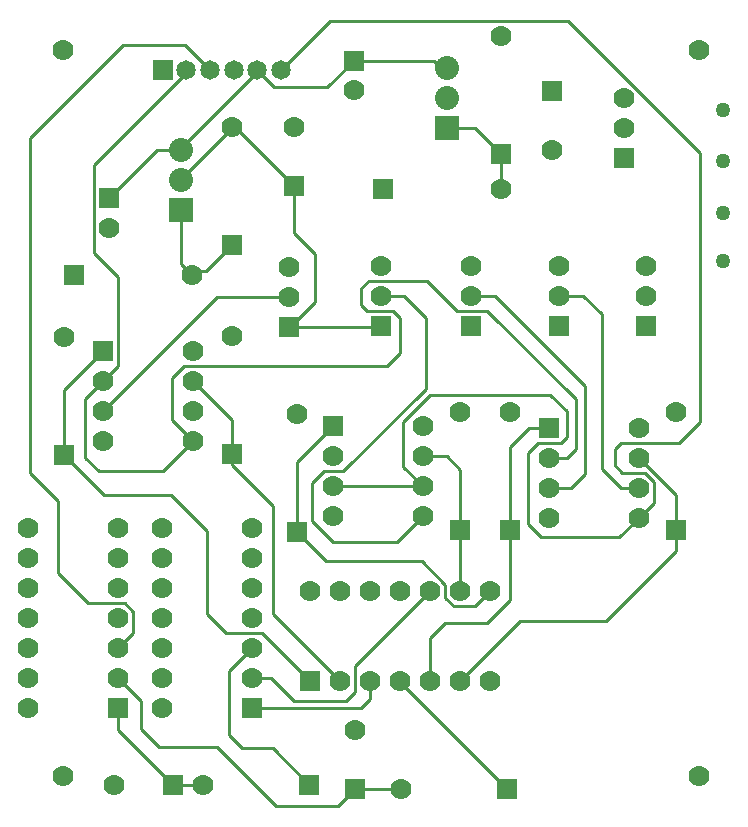
<source format=gbr>
%TF.GenerationSoftware,Altium Limited,Altium Designer,25.1.2 (22)*%
G04 Layer_Physical_Order=6*
G04 Layer_Color=16711680*
%FSLAX45Y45*%
%MOMM*%
%TF.SameCoordinates,865E584C-48B1-4366-BF19-9A83E66404FA*%
%TF.FilePolarity,Positive*%
%TF.FileFunction,Copper,L6,Bot,Signal*%
%TF.Part,Single*%
G01*
G75*
%TA.AperFunction,ViaPad*%
%ADD24C,1.27000*%
%TA.AperFunction,Conductor*%
%ADD37C,0.25400*%
%TA.AperFunction,ComponentPad*%
%ADD38C,1.77800*%
%ADD39R,1.77800X1.77800*%
%ADD40R,1.77800X1.77800*%
%TA.AperFunction,ViaPad*%
%ADD41C,1.77800*%
%TA.AperFunction,ComponentPad*%
%ADD42C,1.65100*%
%ADD43R,1.65100X1.65100*%
%ADD44R,2.03200X2.03200*%
%ADD45C,2.03200*%
%ADD46R,2.15900X2.03200*%
D24*
X8585200Y12230100D02*
D03*
Y12636500D02*
D03*
Y13512801D02*
D03*
Y13081000D02*
D03*
D37*
X8216900Y10693400D02*
X8394700Y10871200D01*
Y13146304D01*
X7274205Y14266800D02*
X8394700Y13146304D01*
X7721600Y10693400D02*
X8216900D01*
X7124700Y11099800D02*
X7264400Y10960100D01*
X6108700Y11099800D02*
X7124700D01*
X5880100Y10871200D02*
X6108700Y11099800D01*
X4762500Y8699500D02*
X4953000Y8509000D01*
X5397500D01*
X5473700Y8585200D01*
X7416800Y10426700D02*
Y11176000D01*
X7302500Y10312400D02*
X7416800Y10426700D01*
X6654800Y11938000D02*
X7416800Y11176000D01*
X7264400Y10566400D02*
X7340600Y10642600D01*
Y11061700D01*
X6591300Y11811000D02*
X7340600Y11061700D01*
X7216682Y10693400D02*
X7264400Y10741118D01*
Y10960100D01*
X5880100Y10490200D02*
Y10871200D01*
Y10490200D02*
X6045200Y10325100D01*
X4025900Y11341100D02*
X5740400D01*
X3924300Y10883900D02*
Y11239500D01*
X4025900Y11341100D01*
X2717800Y10439400D02*
Y13271500D01*
Y10439400D02*
X2959100Y10198100D01*
Y9588500D02*
Y10198100D01*
X3213100Y9334500D02*
X3519705D01*
X2959100Y9588500D02*
X3213100Y9334500D01*
X2717800Y13271500D02*
X3505200Y14058900D01*
X6934200Y10007600D02*
X7048500Y9893300D01*
X7708900D02*
X7874000Y10058400D01*
X7048500Y9893300D02*
X7708900D01*
X6934200Y10007600D02*
Y10604500D01*
X7023100Y10693400D01*
X7216682D01*
X7112000Y10566400D02*
X7264400D01*
X6946900Y10820400D02*
X7112000D01*
X6781800Y9952100D02*
Y10655300D01*
X6946900Y10820400D01*
X5105400Y10033000D02*
Y10350500D01*
X5283200Y9855200D02*
X5829300D01*
X5105400Y10033000D02*
X5283200Y9855200D01*
X5105400Y10350500D02*
X5207000Y10452100D01*
X5372100D02*
X6070600Y11150600D01*
X5207000Y10452100D02*
X5372100D01*
X6070600Y11150600D02*
Y11751858D01*
X5829300Y9855200D02*
X6045200Y10071100D01*
X6362700Y9952100D02*
Y10464800D01*
Y9436100D02*
Y9952100D01*
X6781800Y9359900D02*
Y9952100D01*
X6248400Y10579100D02*
X6362700Y10464800D01*
X7558585Y10475415D02*
Y11783515D01*
X7201400Y11938000D02*
X7404100D01*
X7558585Y11783515D01*
X7670800Y10502900D02*
X7734300Y10439400D01*
X7670800Y10502900D02*
Y10642600D01*
X7721600Y10693400D01*
X7558585Y10475415D02*
X7721600Y10312400D01*
X7734300Y10439400D02*
X7926605D01*
X7721600Y10312400D02*
X7874000D01*
Y10058400D02*
X8001000Y10185400D01*
Y10365005D01*
X7926605Y10439400D02*
X8001000Y10365005D01*
X5263000Y14266800D02*
X7274205D01*
X4843400Y13847200D02*
X5263000Y14266800D01*
X5283200Y10325100D02*
X6045200D01*
X5884458Y11938000D02*
X6070600Y11751858D01*
X6337300Y11811000D02*
X6591300D01*
X6083300Y12065000D02*
X6337300Y11811000D01*
X5588000Y12065000D02*
X6083300D01*
X5689600Y11938000D02*
X5884458D01*
X6451600D02*
X6654800D01*
X5524500Y12001500D02*
X5588000Y12065000D01*
X5524500Y11861800D02*
Y12001500D01*
X5575300Y11811000D02*
X5794282D01*
X5524500Y11861800D02*
X5575300Y11811000D01*
X5854700Y11455400D02*
Y11750582D01*
X5740400Y11341100D02*
X5854700Y11455400D01*
X5794282Y11811000D02*
X5854700Y11750582D01*
X6045200Y10579100D02*
X6248400D01*
X7112000Y10312400D02*
X7302500D01*
X7594600Y9182100D02*
X8191500Y9779000D01*
X6870700Y9182100D02*
X7594600D01*
X8191500Y9779000D02*
Y9952100D01*
Y10248900D01*
X6362700Y8674100D02*
X6870700Y9182100D01*
X7874000Y10566400D02*
X8191500Y10248900D01*
X4978400Y10528300D02*
X5283200Y10833100D01*
X4978400Y9939400D02*
Y10528300D01*
X4652000Y13838600D02*
X4787300Y13703300D01*
X4643400Y13847200D02*
X4652000Y13838600D01*
X5234402Y13703300D02*
X5461000Y13929898D01*
X4787300Y13703300D02*
X5234402D01*
X6235700Y9165522D02*
X6587422D01*
X6781800Y9359900D01*
X6489700Y9309100D02*
X6616700Y9436100D01*
X6310095Y9309100D02*
X6489700D01*
X6235700Y9383495D02*
X6310095Y9309100D01*
X6235700Y9383495D02*
Y9488705D01*
X6035253Y9689152D02*
X6235700Y9488705D01*
X5228648Y9689152D02*
X6035253D01*
X4978400Y9939400D02*
X5228648Y9689152D01*
X3924300Y10883900D02*
X4102100Y10706100D01*
X6248400Y13360400D02*
X6485002D01*
X6705600Y13139803D01*
X6710299Y13135103D01*
Y12839700D02*
Y13135103D01*
X6108700Y9038522D02*
X6235700Y9165522D01*
X6108700Y8674100D02*
Y9038522D01*
X4432300Y10599800D02*
Y10883900D01*
Y10502900D02*
Y10599800D01*
X4102100Y11214100D02*
X4432300Y10883900D01*
X5676900Y11671300D02*
X5689600Y11684000D01*
X4914900Y11671300D02*
X5676900D01*
X4914900D02*
X4927600Y11684000D01*
X5130800Y11887200D02*
Y12293600D01*
X4927600Y11684000D02*
X5130800Y11887200D01*
X4953001Y12471399D02*
X5130800Y12293600D01*
X4953001Y12471399D02*
Y12869098D01*
X4432299Y13365100D02*
X4456999D01*
X4953001Y12869098D01*
X4305300Y11925300D02*
X4914900D01*
X3340100Y10960100D02*
X4305300Y11925300D01*
X4432299Y13356400D02*
Y13365100D01*
X4000499Y12924600D02*
X4432299Y13356400D01*
X4000499Y12915900D02*
Y12924600D01*
Y12209401D02*
X4094099Y12115801D01*
X4000499Y12209401D02*
Y12661900D01*
X4094099Y12115801D02*
X4123259Y12144961D01*
X4212158D01*
X4432299Y12365102D01*
X4686300Y9080500D02*
X5092700Y8674100D01*
X4381499Y9080500D02*
X4686300D01*
X4314345Y9147655D02*
X4381499Y9080500D01*
X4216400Y9245600D02*
Y9944100D01*
Y9245600D02*
X4314345Y9147655D01*
X3911600Y10248900D02*
X4216400Y9944100D01*
X3009900Y10587100D02*
X3348100Y10248900D01*
X3911600D01*
X4775200Y9245600D02*
Y10160000D01*
X4432300Y10502900D02*
X4775200Y10160000D01*
Y9245600D02*
X5346700Y8674100D01*
X6200288Y13868401D02*
X6248400D01*
X6138789Y13929898D02*
X6200288Y13868401D01*
X5461000Y13929898D02*
X6138789D01*
X3340100Y11214100D02*
X3467100Y11341100D01*
Y12095058D01*
X3263900Y12298258D02*
X3467100Y12095058D01*
X3263900Y12298258D02*
Y13048718D01*
X4043400Y13828218D01*
Y13847200D01*
X4643400Y13830000D02*
Y13847200D01*
X4000499Y13187100D02*
X4643400Y13830000D01*
X4000499Y13169901D02*
Y13187100D01*
X3797300Y13169901D02*
X4000499D01*
X3390900Y12763500D02*
X3797300Y13169901D01*
X3848100Y10452100D02*
X4102100Y10706100D01*
X3302000Y10452100D02*
X3848100D01*
X3187700Y10566400D02*
X3302000Y10452100D01*
X3187700Y10566400D02*
Y11061700D01*
X3340100Y11214100D01*
X3009900Y11137900D02*
X3340100Y11468100D01*
X3009900Y10587100D02*
Y11137900D01*
X4031700Y14058900D02*
X4243400Y13847200D01*
X3505200Y14058900D02*
X4031700D01*
X3519705Y9334500D02*
X3594100Y9260105D01*
Y9080500D02*
Y9260105D01*
X3467100Y8953500D02*
X3594100Y9080500D01*
X5854700Y8666902D02*
Y8674100D01*
Y8666902D02*
X6761902Y7759700D01*
X5473700Y8585200D02*
Y8801100D01*
X4597400Y8699500D02*
X4762500D01*
X5473700Y8801100D02*
X6108700Y9436100D01*
X4597400Y8445500D02*
X5524500D01*
X5600700Y8521700D02*
Y8674100D01*
X5524500Y8445500D02*
X5600700Y8521700D01*
X4516391Y8107409D02*
X4775892D01*
X4406900Y8216900D02*
Y8763000D01*
Y8216900D02*
X4516391Y8107409D01*
X4406900Y8763000D02*
X4597400Y8953500D01*
X4775892Y8107409D02*
X5085502Y7797800D01*
X5477698Y7759700D02*
X5861898D01*
X5473700Y7763698D02*
X5477698Y7759700D01*
X5330002Y7620000D02*
X5473700Y7763698D01*
X4800600Y7620000D02*
X5330002D01*
X4305300Y8115300D02*
X4800600Y7620000D01*
X3810000Y8115300D02*
X4305300D01*
X3657860Y8267440D02*
X3810000Y8115300D01*
X3657860Y8267440D02*
Y8508740D01*
X3467100Y8699500D02*
X3657860Y8508740D01*
X3467100Y8263699D02*
Y8445500D01*
Y8263699D02*
X3932999Y7797800D01*
X4185498D01*
D38*
X7937500Y12192000D02*
D03*
Y11938000D02*
D03*
X3835400Y9969500D02*
D03*
Y9715500D02*
D03*
Y9461500D02*
D03*
Y9207500D02*
D03*
Y8953500D02*
D03*
Y8699500D02*
D03*
X4597400Y9715500D02*
D03*
Y9461500D02*
D03*
Y9207500D02*
D03*
Y8953500D02*
D03*
Y8699500D02*
D03*
X3835400Y8445500D02*
D03*
X4597400Y9969500D02*
D03*
X3009900Y11587100D02*
D03*
X4432300Y11599800D02*
D03*
X6781800Y10952100D02*
D03*
X8191500D02*
D03*
X4978400Y10939400D02*
D03*
X6362700Y10952100D02*
D03*
X5346700Y8674100D02*
D03*
X5600700D02*
D03*
X5854700D02*
D03*
X6108700D02*
D03*
X6362700D02*
D03*
X6616700D02*
D03*
X5092700Y9436100D02*
D03*
X5346700D02*
D03*
X5600700D02*
D03*
X5854700D02*
D03*
X6108700D02*
D03*
X6362700D02*
D03*
X6616700D02*
D03*
X2705100Y9969500D02*
D03*
Y9715500D02*
D03*
Y9461500D02*
D03*
Y9207500D02*
D03*
Y8953500D02*
D03*
Y8699500D02*
D03*
Y8445500D02*
D03*
X3467100Y9969500D02*
D03*
Y9715500D02*
D03*
Y9461500D02*
D03*
Y9207500D02*
D03*
Y8953500D02*
D03*
Y8699500D02*
D03*
X5283200Y10579100D02*
D03*
Y10325100D02*
D03*
Y10071100D02*
D03*
X6045200Y10833100D02*
D03*
Y10579100D02*
D03*
Y10325100D02*
D03*
Y10071100D02*
D03*
X7874000Y10058400D02*
D03*
Y10312400D02*
D03*
Y10566400D02*
D03*
Y10820400D02*
D03*
X7112000Y10058400D02*
D03*
Y10312400D02*
D03*
Y10566400D02*
D03*
X3340100Y11214100D02*
D03*
Y10960100D02*
D03*
Y10706100D02*
D03*
X4102100Y11468100D02*
D03*
Y11214100D02*
D03*
Y10960100D02*
D03*
Y10706100D02*
D03*
X4432299Y13365100D02*
D03*
X4094099Y12115801D02*
D03*
X4914900Y12179300D02*
D03*
Y11925300D02*
D03*
X5689600Y11938000D02*
D03*
Y12192000D02*
D03*
X7201400Y11938000D02*
D03*
Y12192000D02*
D03*
X5461000Y13679903D02*
D03*
X3390900Y12513503D02*
D03*
X7137400Y13173901D02*
D03*
X4953001Y13369102D02*
D03*
X7747000Y13360400D02*
D03*
Y13614400D02*
D03*
X6451600Y11938000D02*
D03*
Y12192000D02*
D03*
X6705600Y14139799D02*
D03*
X6710299Y12839700D02*
D03*
X5861898Y7759700D02*
D03*
X5473700Y8263702D02*
D03*
X4185498Y7797800D02*
D03*
X3433000D02*
D03*
D39*
X7937500Y11684000D02*
D03*
X4597400Y8445500D02*
D03*
X3467100D02*
D03*
X5283200Y10833100D02*
D03*
X7112000Y10820400D02*
D03*
X3340100Y11468100D02*
D03*
X3094101Y12115801D02*
D03*
X4914900Y11671300D02*
D03*
X5689600Y11684000D02*
D03*
X7201400D02*
D03*
X7747000Y13106400D02*
D03*
X6451600Y11684000D02*
D03*
X5710301Y12839700D02*
D03*
X6761902Y7759700D02*
D03*
X5085502Y7797800D02*
D03*
X3932999D02*
D03*
D40*
X3009900Y10587100D02*
D03*
X4432300Y10599800D02*
D03*
X6781800Y9952100D02*
D03*
X8191500D02*
D03*
X4978400Y9939400D02*
D03*
X6362700Y9952100D02*
D03*
X5092700Y8674100D02*
D03*
X4432299Y12365102D02*
D03*
X5461000Y13929898D02*
D03*
X3390900Y12763500D02*
D03*
X7137400Y13673900D02*
D03*
X4953001Y12869098D02*
D03*
X6705600Y13139803D02*
D03*
X5473700Y7763698D02*
D03*
D41*
X2997200Y7874000D02*
D03*
X8382000D02*
D03*
Y14020799D02*
D03*
X2997200D02*
D03*
D42*
X4843400Y13847200D02*
D03*
X4643400D02*
D03*
X4443400D02*
D03*
X4243400D02*
D03*
X4043400D02*
D03*
D43*
X3843400D02*
D03*
D44*
X6248400Y13360400D02*
D03*
D45*
Y13614400D02*
D03*
Y13868401D02*
D03*
X4000499Y12915900D02*
D03*
Y13169901D02*
D03*
D46*
Y12661900D02*
D03*
%TF.MD5,2de4e6a1840a8cdf4cf9828dc17a80e4*%
M02*

</source>
